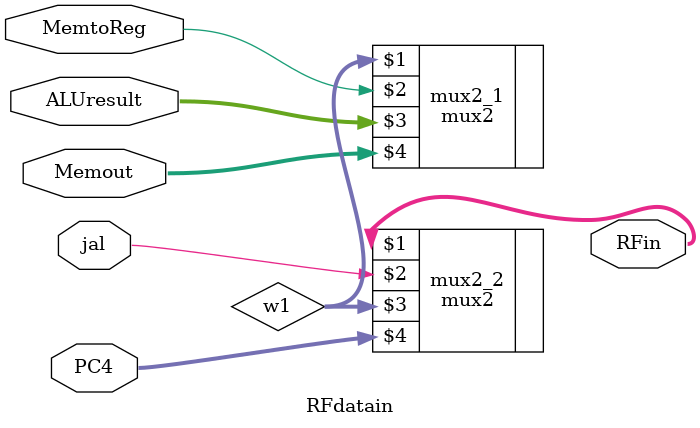
<source format=v>
`timescale 1ns/1ps

module RFdatain(RFin,ALUresult,Memout,PC4,MemtoReg,jal);
	output [31:0] RFin;
	input [31:0] ALUresult;
	input [31:0] Memout;
	input [31:0] PC4;
	input MemtoReg;
	input jal;
	
	wire [31:0] w1;

	mux2 #(32) mux2_1 (w1,MemtoReg,ALUresult,Memout);
	mux2 #(32) mux2_2 (RFin,jal,w1,PC4);

endmodule
</source>
